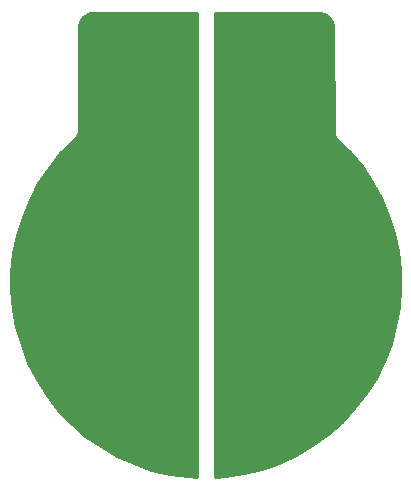
<source format=gbr>
%TF.GenerationSoftware,KiCad,Pcbnew,(5.1.9)-1*%
%TF.CreationDate,2022-03-15T15:37:10-05:00*%
%TF.ProjectId,SciMotorPCB,5363694d-6f74-46f7-9250-43422e6b6963,rev?*%
%TF.SameCoordinates,Original*%
%TF.FileFunction,Copper,L1,Top*%
%TF.FilePolarity,Positive*%
%FSLAX46Y46*%
G04 Gerber Fmt 4.6, Leading zero omitted, Abs format (unit mm)*
G04 Created by KiCad (PCBNEW (5.1.9)-1) date 2022-03-15 15:37:10*
%MOMM*%
%LPD*%
G01*
G04 APERTURE LIST*
%TA.AperFunction,ComponentPad*%
%ADD10O,5.100000X3.000000*%
%TD*%
%TA.AperFunction,ComponentPad*%
%ADD11O,3.000000X5.100000*%
%TD*%
%TA.AperFunction,Conductor*%
%ADD12C,0.254000*%
%TD*%
%TA.AperFunction,Conductor*%
%ADD13C,0.100000*%
%TD*%
G04 APERTURE END LIST*
%TO.P,J2,1*%
%TO.N,Net-(Conn1-Pad1)*%
%TA.AperFunction,ComponentPad*%
G36*
G01*
X147226357Y-87954615D02*
X148711283Y-86469689D01*
G75*
G02*
X150832601Y-86469689I1060659J-1060659D01*
G01*
X150832601Y-86469689D01*
G75*
G02*
X150832601Y-88591007I-1060659J-1060659D01*
G01*
X149347675Y-90075933D01*
G75*
G02*
X147226357Y-90075933I-1060659J1060659D01*
G01*
X147226357Y-90075933D01*
G75*
G02*
X147226357Y-87954615I1060659J1060659D01*
G01*
G37*
%TD.AperFunction*%
%TD*%
%TO.P,J1,1*%
%TO.N,Net-(Conn1-Pad2)*%
%TA.AperFunction,ComponentPad*%
G36*
G01*
X166380183Y-104144244D02*
X164895257Y-105629170D01*
G75*
G02*
X162773939Y-105629170I-1060659J1060659D01*
G01*
X162773939Y-105629170D01*
G75*
G02*
X162773939Y-103507852I1060659J1060659D01*
G01*
X164258865Y-102022926D01*
G75*
G02*
X166380183Y-102022926I1060659J-1060659D01*
G01*
X166380183Y-102022926D01*
G75*
G02*
X166380183Y-104144244I-1060659J-1060659D01*
G01*
G37*
%TD.AperFunction*%
%TD*%
D10*
%TO.P,Conn1,2*%
%TO.N,Net-(Conn1-Pad2)*%
X160708000Y-75058000D03*
%TO.P,Conn1,1*%
%TO.N,Net-(Conn1-Pad1)*%
X152808000Y-75058000D03*
%TD*%
D11*
%TO.P,J1,1*%
%TO.N,Net-(Conn1-Pad1)*%
X145796000Y-95885000D03*
%TD*%
%TO.P,J2,1*%
%TO.N,Net-(Conn1-Pad2)*%
X167787600Y-95889000D03*
%TD*%
D12*
%TO.N,Net-(Conn1-Pad2)*%
X166611204Y-73076815D02*
X166843226Y-73146867D01*
X167057222Y-73260650D01*
X167245041Y-73413832D01*
X167399530Y-73600577D01*
X167514801Y-73813769D01*
X167586472Y-74045300D01*
X167615190Y-74318533D01*
X167697658Y-83234233D01*
X167708104Y-83331104D01*
X167746993Y-83455160D01*
X167809336Y-83569245D01*
X167892739Y-83668976D01*
X167915873Y-83687606D01*
X169031697Y-84802100D01*
X170037840Y-86021165D01*
X170922513Y-87331058D01*
X171677561Y-88719705D01*
X172296037Y-90174331D01*
X172772250Y-91681549D01*
X173101805Y-93227447D01*
X173281677Y-94797842D01*
X173310207Y-96378223D01*
X173187130Y-97954076D01*
X172913583Y-99510870D01*
X172492081Y-101034285D01*
X171926508Y-102510286D01*
X171222069Y-103925286D01*
X170385255Y-105266246D01*
X169423766Y-106520833D01*
X168346455Y-107677490D01*
X167163243Y-108725567D01*
X165885024Y-109655411D01*
X164523574Y-110458461D01*
X163091418Y-111127327D01*
X161601748Y-111655847D01*
X160068278Y-112039156D01*
X158505140Y-112273722D01*
X157607000Y-112321329D01*
X157607000Y-73050000D01*
X166337723Y-73050000D01*
X166611204Y-73076815D01*
%TA.AperFunction,Conductor*%
D13*
G36*
X166611204Y-73076815D02*
G01*
X166843226Y-73146867D01*
X167057222Y-73260650D01*
X167245041Y-73413832D01*
X167399530Y-73600577D01*
X167514801Y-73813769D01*
X167586472Y-74045300D01*
X167615190Y-74318533D01*
X167697658Y-83234233D01*
X167708104Y-83331104D01*
X167746993Y-83455160D01*
X167809336Y-83569245D01*
X167892739Y-83668976D01*
X167915873Y-83687606D01*
X169031697Y-84802100D01*
X170037840Y-86021165D01*
X170922513Y-87331058D01*
X171677561Y-88719705D01*
X172296037Y-90174331D01*
X172772250Y-91681549D01*
X173101805Y-93227447D01*
X173281677Y-94797842D01*
X173310207Y-96378223D01*
X173187130Y-97954076D01*
X172913583Y-99510870D01*
X172492081Y-101034285D01*
X171926508Y-102510286D01*
X171222069Y-103925286D01*
X170385255Y-105266246D01*
X169423766Y-106520833D01*
X168346455Y-107677490D01*
X167163243Y-108725567D01*
X165885024Y-109655411D01*
X164523574Y-110458461D01*
X163091418Y-111127327D01*
X161601748Y-111655847D01*
X160068278Y-112039156D01*
X158505140Y-112273722D01*
X157607000Y-112321329D01*
X157607000Y-73050000D01*
X166337723Y-73050000D01*
X166611204Y-73076815D01*
G37*
%TD.AperFunction*%
%TD*%
D12*
%TO.N,Net-(Conn1-Pad1)*%
X156083000Y-112321056D02*
X155347522Y-112289384D01*
X153782118Y-112070334D01*
X152244921Y-111702255D01*
X150750095Y-111188543D01*
X149311370Y-110533914D01*
X147942011Y-109744403D01*
X146654643Y-108827291D01*
X145461088Y-107790999D01*
X144372360Y-106645089D01*
X143398472Y-105400103D01*
X142548395Y-104067502D01*
X141829955Y-102659563D01*
X141249770Y-101189250D01*
X140813175Y-99670086D01*
X140524199Y-98116084D01*
X140385497Y-96541529D01*
X140398347Y-94960931D01*
X140562631Y-93388856D01*
X140876839Y-91839741D01*
X141338073Y-90327889D01*
X141942089Y-88867200D01*
X142683327Y-87471126D01*
X143554960Y-86152522D01*
X144548963Y-84923533D01*
X145665388Y-83786094D01*
X145846822Y-83620917D01*
X145883948Y-83590448D01*
X145966425Y-83489950D01*
X146027710Y-83375293D01*
X146065450Y-83250883D01*
X146075000Y-83153919D01*
X146075000Y-74327277D01*
X146101815Y-74053796D01*
X146171867Y-73821774D01*
X146285650Y-73607778D01*
X146438832Y-73419959D01*
X146625577Y-73265470D01*
X146838769Y-73150199D01*
X147070300Y-73078528D01*
X147341725Y-73050000D01*
X156083000Y-73050000D01*
X156083000Y-112321056D01*
%TA.AperFunction,Conductor*%
D13*
G36*
X156083000Y-112321056D02*
G01*
X155347522Y-112289384D01*
X153782118Y-112070334D01*
X152244921Y-111702255D01*
X150750095Y-111188543D01*
X149311370Y-110533914D01*
X147942011Y-109744403D01*
X146654643Y-108827291D01*
X145461088Y-107790999D01*
X144372360Y-106645089D01*
X143398472Y-105400103D01*
X142548395Y-104067502D01*
X141829955Y-102659563D01*
X141249770Y-101189250D01*
X140813175Y-99670086D01*
X140524199Y-98116084D01*
X140385497Y-96541529D01*
X140398347Y-94960931D01*
X140562631Y-93388856D01*
X140876839Y-91839741D01*
X141338073Y-90327889D01*
X141942089Y-88867200D01*
X142683327Y-87471126D01*
X143554960Y-86152522D01*
X144548963Y-84923533D01*
X145665388Y-83786094D01*
X145846822Y-83620917D01*
X145883948Y-83590448D01*
X145966425Y-83489950D01*
X146027710Y-83375293D01*
X146065450Y-83250883D01*
X146075000Y-83153919D01*
X146075000Y-74327277D01*
X146101815Y-74053796D01*
X146171867Y-73821774D01*
X146285650Y-73607778D01*
X146438832Y-73419959D01*
X146625577Y-73265470D01*
X146838769Y-73150199D01*
X147070300Y-73078528D01*
X147341725Y-73050000D01*
X156083000Y-73050000D01*
X156083000Y-112321056D01*
G37*
%TD.AperFunction*%
%TD*%
M02*

</source>
